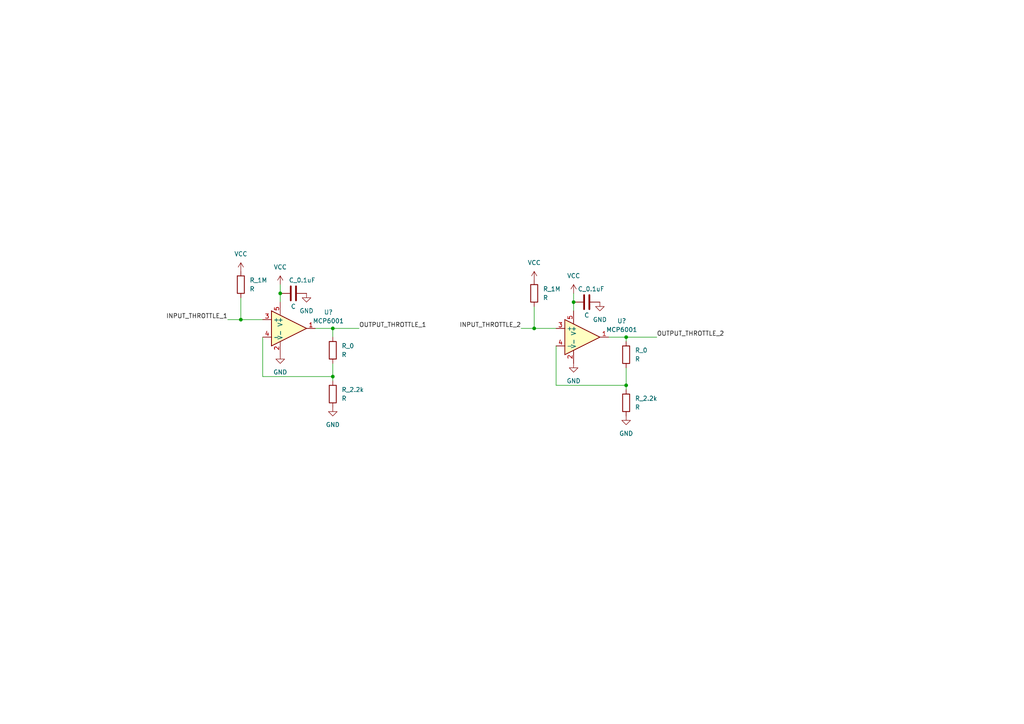
<source format=kicad_sch>
(kicad_sch (version 20211123) (generator eeschema)
  (paper "A4")
  (lib_symbols
    (symbol "Device:C" (pin_numbers hide) (pin_names (offset 0.254))
      (property "Reference" "C" (at 0.635 2.54 0))
      (property "Value" "C" (at 0.635 -2.54 0))
      (symbol "C_0_1"
        (polyline (pts (xy -2.032 -0.762) (xy 2.032 -0.762)) (stroke (width 0.508)))
        (polyline (pts (xy -2.032 0.762) (xy 2.032 0.762)) (stroke (width 0.508)))
      )
      (symbol "C_1_1"
        (pin passive line (at 0 3.81 270) (length 2.794) (name "~") (number "1"))
        (pin passive line (at 0 -3.81 90) (length 2.794) (name "~") (number "2"))
      )
    )
    (symbol "Device:R" (pin_numbers hide) (pin_names (offset 0))
      (property "Reference" "R" (at 2.032 0 90))
      (property "Value" "R" (at 0 0 90))
      (symbol "R_0_1"
        (rectangle (start -1.016 -2.54) (end 1.016 2.54) (stroke (width 0.254)))
      )
      (symbol "R_1_1"
        (pin passive line (at 0 3.81 270) (length 1.27) (name "~") (number "1"))
        (pin passive line (at 0 -3.81 90) (length 1.27) (name "~") (number "2"))
      )
    )
    (symbol "formula:MCP6001"
      (property "Reference" "U" (at 0 5.08 0))
      (property "Value" "MCP6001" (at 0 -5.08 0))
      (symbol "MCP6001_0_1"
        (polyline (pts (xy -5.08 5.08) (xy 5.08 0) (xy -5.08 -5.08) (xy -5.08 5.08)) (stroke (width 0.254)) (fill (type background)))
        (pin power_in line (at -2.54 -7.62 90) (length 3.81) (name "V-") (number "2"))
        (pin power_in line (at -2.54 7.62 270) (length 3.81) (name "V+") (number "5"))
      )
      (symbol "MCP6001_1_1"
        (pin output line (at 7.62 0 180) (length 2.54) (name "~") (number "1"))
        (pin input line (at -7.62 2.54 0) (length 2.54) (name "+") (number "3"))
        (pin input line (at -7.62 -2.54 0) (length 2.54) (name "-") (number "4"))
      )
    )
    (symbol "power:GND" (power) (pin_names (offset 0))
      (property "Value" "GND" (at 0 -3.81 0))
      (symbol "GND_0_1"
        (polyline (pts (xy 0 0) (xy 0 -1.27) (xy 1.27 -1.27) (xy 0 -2.54) (xy -1.27 -1.27) (xy 0 -1.27)))
      )
      (symbol "GND_1_1"
        (pin power_in line (at 0 0 270) (length 0) hide (name "GND") (number "1"))
      )
    )
    (symbol "power:VCC" (power) (pin_names (offset 0))
      (property "Value" "VCC" (at 0 3.81 0))
      (symbol "VCC_0_1"
        (polyline (pts (xy -0.762 1.27) (xy 0 2.54)))
        (polyline (pts (xy 0 0) (xy 0 2.54)))
        (polyline (pts (xy 0 2.54) (xy 0.762 1.27)))
      )
      (symbol "VCC_1_1"
        (pin power_in line (at 0 0 90) (length 0) hide (name "VCC") (number "1"))
      )
    )
  )
  (junction (at 166.37 87.63))
  (junction (at 96.52 95.25))
  (junction (at 181.61 97.79))
  (junction (at 96.52 109.22))
  (junction (at 69.85 92.71))
  (junction (at 81.28 85.09))
  (junction (at 181.61 111.76))
  (junction (at 154.94 95.25))
  (wire (pts (xy 69.85 86.36) (xy 69.85 92.71)))
  (wire (pts (xy 154.94 88.9) (xy 154.94 95.25)))
  (wire (pts (xy 81.28 82.55) (xy 81.28 85.09)))
  (wire (pts (xy 166.37 85.09) (xy 166.37 87.63)))
  (wire (pts (xy 66.04 92.71) (xy 69.85 92.71)))
  (wire (pts (xy 69.85 92.71) (xy 76.2 92.71)))
  (wire (pts (xy 176.53 97.79) (xy 181.61 97.79)))
  (wire (pts (xy 151.13 95.25) (xy 154.94 95.25)))
  (wire (pts (xy 76.2 109.22) (xy 76.2 97.79)))
  (wire (pts (xy 181.61 111.76) (xy 161.29 111.76)))
  (wire (pts (xy 166.37 87.63) (xy 166.37 90.17)))
  (wire (pts (xy 96.52 95.25) (xy 104.14 95.25)))
  (wire (pts (xy 154.94 95.25) (xy 161.29 95.25)))
  (wire (pts (xy 181.61 97.79) (xy 190.5 97.79)))
  (wire (pts (xy 181.61 111.76) (xy 181.61 113.03)))
  (wire (pts (xy 181.61 99.06) (xy 181.61 97.79)))
  (wire (pts (xy 96.52 109.22) (xy 76.2 109.22)))
  (wire (pts (xy 91.44 95.25) (xy 96.52 95.25)))
  (wire (pts (xy 181.61 106.68) (xy 181.61 111.76)))
  (wire (pts (xy 96.52 105.41) (xy 96.52 109.22)))
  (wire (pts (xy 96.52 97.79) (xy 96.52 95.25)))
  (wire (pts (xy 161.29 111.76) (xy 161.29 100.33)))
  (wire (pts (xy 81.28 85.09) (xy 81.28 87.63)))
  (wire (pts (xy 96.52 109.22) (xy 96.52 110.49)))
  (label "INPUT_THROTTLE_1" (at 66.04 92.71 180))
  (label "OUTPUT_THROTTLE_2" (at 190.5 97.79 0))
  (label "INPUT_THROTTLE_2" (at 151.13 95.25 180))
  (label "OUTPUT_THROTTLE_1" (at 104.14 95.25 0))
  (symbol (lib_id "power:GND") (at 166.37 105.41 0) (unit 1)
    (property "Reference" "#PWR?" (effects hide))
    (property "Value" "GND" (at 166.37 110.49 0))
  )
  (symbol (lib_id "Device:C") (at 85.09 85.09 90) (unit 1)
    (property "Reference" "C_0.1uF" (at 87.63 81.28 90))
    (property "Value" "C" (at 85.09 88.9 90))
  )
  (symbol (lib_id "power:GND") (at 181.61 120.65 0) (unit 1)
    (property "Reference" "#PWR?" (effects hide))
    (property "Value" "GND" (at 181.61 125.73 0))
  )
  (symbol (lib_id "Device:R") (at 154.94 85.09 0) (unit 1)
    (property "Reference" "R_1M" (at 157.48 83.8199 0) (effects (justify left)))
    (property "Value" "R" (at 157.48 86.3599 0) (effects (justify left)))
  )
  (symbol (lib_id "power:VCC") (at 166.37 85.09 0) (unit 1)
    (property "Reference" "#PWR?" (effects hide))
    (property "Value" "VCC" (at 166.37 80.01 0))
  )
  (symbol (lib_id "power:VCC") (at 81.28 82.55 0) (unit 1)
    (property "Reference" "#PWR?" (effects hide))
    (property "Value" "VCC" (at 81.28 77.47 0))
  )
  (symbol (lib_id "Device:R") (at 96.52 101.6 0) (unit 1)
    (property "Reference" "R_0" (at 99.06 100.3299 0) (effects (justify left)))
    (property "Value" "R" (at 99.06 102.8699 0) (effects (justify left)))
  )
  (symbol (lib_id "formula:MCP6001") (at 83.82 95.25 0) (unit 1)
    (property "Reference" "U?" (at 95.25 90.551 0))
    (property "Value" "MCP6001" (at 95.25 93.091 0))
    (property "Footprint" "footprints:SOT-23-5_OEM" (effects hide))
    (property "Datasheet" "http://ww1.microchip.com/downloads/en/DeviceDoc/21733j.pdf" (effects hide))
    (property "MFN" "DK" (effects hide))
    (property "MPN" "MCP6001T-I/OTCT-ND" (effects hide))
    (property "PurchasingLink" "https://www.digikey.com/product-detail/en/microchip-technology/MCP6001T-I-OT/MCP6001T-I-OTCT-ND/697158" (effects hide))
  )
  (symbol (lib_id "power:GND") (at 88.9 85.09 0) (unit 1)
    (property "Reference" "#PWR?" (effects hide))
    (property "Value" "GND" (at 88.9 90.17 0))
  )
  (symbol (lib_id "formula:MCP6001") (at 168.91 97.79 0) (unit 1)
    (property "Reference" "U?" (at 180.34 93.091 0))
    (property "Value" "MCP6001" (at 180.34 95.631 0))
    (property "Footprint" "footprints:SOT-23-5_OEM" (effects hide))
    (property "Datasheet" "http://ww1.microchip.com/downloads/en/DeviceDoc/21733j.pdf" (effects hide))
    (property "MFN" "DK" (effects hide))
    (property "MPN" "MCP6001T-I/OTCT-ND" (effects hide))
    (property "PurchasingLink" "https://www.digikey.com/product-detail/en/microchip-technology/MCP6001T-I-OT/MCP6001T-I-OTCT-ND/697158" (effects hide))
  )
  (symbol (lib_id "Device:C") (at 170.18 87.63 90) (unit 1)
    (property "Reference" "C_0.1uF" (at 171.45 83.82 90))
    (property "Value" "C" (at 170.18 91.44 90))
  )
  (symbol (lib_id "power:GND") (at 173.99 87.63 0) (unit 1)
    (property "Reference" "#PWR?" (effects hide))
    (property "Value" "GND" (at 173.99 92.71 0))
  )
  (symbol (lib_id "power:VCC") (at 69.85 78.74 0) (unit 1)
    (property "Reference" "#PWR?" (effects hide))
    (property "Value" "VCC" (at 69.85 73.66 0))
  )
  (symbol (lib_id "power:GND") (at 96.52 118.11 0) (unit 1)
    (property "Reference" "#PWR?" (effects hide))
    (property "Value" "GND" (at 96.52 123.19 0))
  )
  (symbol (lib_id "Device:R") (at 181.61 102.87 0) (unit 1)
    (property "Reference" "R_0" (at 184.15 101.5999 0) (effects (justify left)))
    (property "Value" "R" (at 184.15 104.1399 0) (effects (justify left)))
  )
  (symbol (lib_id "power:VCC") (at 154.94 81.28 0) (unit 1)
    (property "Reference" "#PWR?" (effects hide))
    (property "Value" "VCC" (at 154.94 76.2 0))
  )
  (symbol (lib_id "power:GND") (at 81.28 102.87 0) (unit 1)
    (property "Reference" "#PWR?" (effects hide))
    (property "Value" "GND" (at 81.28 107.95 0))
  )
  (symbol (lib_id "Device:R") (at 96.52 114.3 0) (unit 1)
    (property "Reference" "R_2.2k" (at 99.06 113.0299 0) (effects (justify left)))
    (property "Value" "R" (at 99.06 115.5699 0) (effects (justify left)))
  )
  (symbol (lib_id "Device:R") (at 69.85 82.55 0) (unit 1)
    (property "Reference" "R_1M" (at 72.39 81.2799 0) (effects (justify left)))
    (property "Value" "R" (at 72.39 83.8199 0) (effects (justify left)))
  )
  (symbol (lib_id "Device:R") (at 181.61 116.84 0) (unit 1)
    (property "Reference" "R_2.2k" (at 184.15 115.5699 0) (effects (justify left)))
    (property "Value" "R" (at 184.15 118.1099 0) (effects (justify left)))
  )
)
</source>
